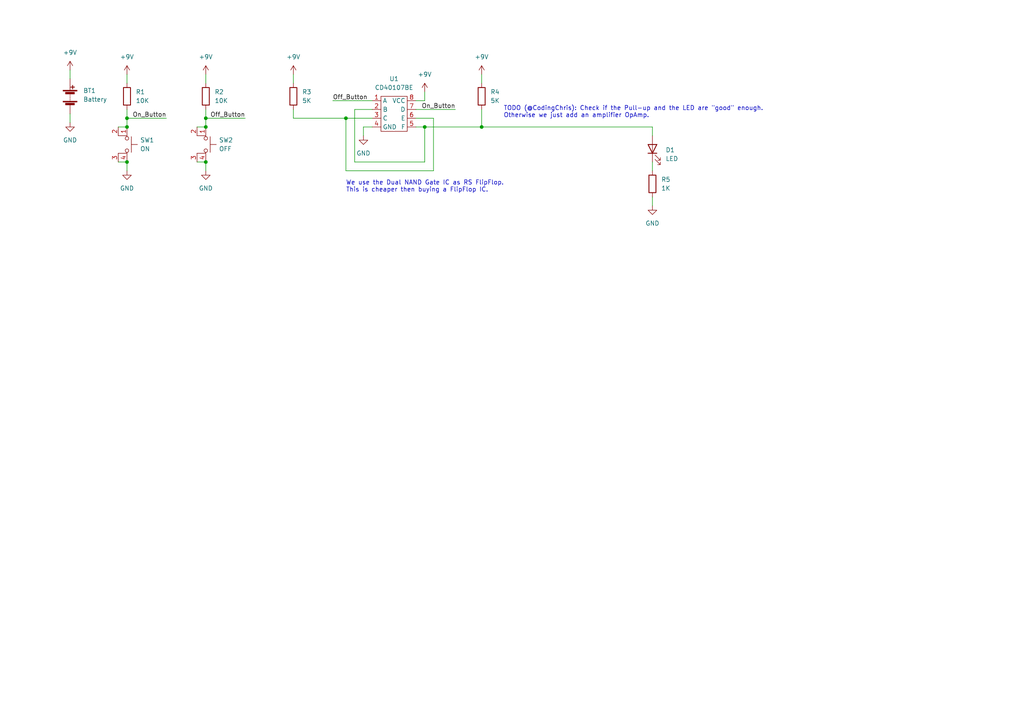
<source format=kicad_sch>
(kicad_sch (version 20211123) (generator eeschema)
  (paper "A4")
  (lib_symbols
    (symbol "Device:Battery" (pin_numbers hide) (pin_names (offset 0) hide)
      (property "Reference" "BT" (at 2.54 2.54 0))
      (property "Value" "Battery" (at 2.54 0 0))
      (symbol "Battery_0_1"
        (rectangle (start -2.032 -1.397) (end 2.032 -1.651) (fill (type outline)))
        (rectangle (start -2.032 1.778) (end 2.032 1.524) (fill (type outline)))
        (rectangle (start -1.3208 -1.9812) (end 1.27 -2.4892) (fill (type outline)))
        (rectangle (start -1.3208 1.1938) (end 1.27 0.6858) (fill (type outline)))
        (polyline (pts (xy 0 -1.524) (xy 0 -1.27)))
        (polyline (pts (xy 0 -1.016) (xy 0 -0.762)))
        (polyline (pts (xy 0 -0.508) (xy 0 -0.254)))
        (polyline (pts (xy 0 0) (xy 0 0.254)))
        (polyline (pts (xy 0 0.508) (xy 0 0.762)))
        (polyline (pts (xy 0 1.778) (xy 0 2.54)))
        (polyline (pts (xy 0.254 2.667) (xy 1.27 2.667)) (stroke (width 0.254)))
        (polyline (pts (xy 0.762 3.175) (xy 0.762 2.159)) (stroke (width 0.254)))
      )
      (symbol "Battery_1_1"
        (pin passive line (at 0 5.08 270) (length 2.54) (name "+") (number "1"))
        (pin passive line (at 0 -5.08 90) (length 2.54) (name "-") (number "2"))
      )
    )
    (symbol "Device:LED" (pin_numbers hide) (pin_names (offset 1.016) hide)
      (property "Reference" "D" (at 0 2.54 0))
      (property "Value" "LED" (at 0 -2.54 0))
      (symbol "LED_0_1"
        (polyline (pts (xy -1.27 -1.27) (xy -1.27 1.27)) (stroke (width 0.254)))
        (polyline (pts (xy -1.27 0) (xy 1.27 0)))
        (polyline (pts (xy 1.27 -1.27) (xy 1.27 1.27) (xy -1.27 0) (xy 1.27 -1.27)) (stroke (width 0.254)))
        (polyline (pts (xy -3.048 -0.762) (xy -4.572 -2.286) (xy -3.81 -2.286) (xy -4.572 -2.286) (xy -4.572 -1.524)))
        (polyline (pts (xy -1.778 -0.762) (xy -3.302 -2.286) (xy -2.54 -2.286) (xy -3.302 -2.286) (xy -3.302 -1.524)))
      )
      (symbol "LED_1_1"
        (pin passive line (at -3.81 0 0) (length 2.54) (name "K") (number "1"))
        (pin passive line (at 3.81 0 180) (length 2.54) (name "A") (number "2"))
      )
    )
    (symbol "Device:R" (pin_numbers hide) (pin_names (offset 0))
      (property "Reference" "R" (at 2.032 0 90))
      (property "Value" "R" (at 0 0 90))
      (symbol "R_0_1"
        (rectangle (start -1.016 -2.54) (end 1.016 2.54) (stroke (width 0.254)))
      )
      (symbol "R_1_1"
        (pin passive line (at 0 3.81 270) (length 1.27) (name "~") (number "1"))
        (pin passive line (at 0 -3.81 90) (length 1.27) (name "~") (number "2"))
      )
    )
    (symbol "Switch:SW_MEC_5E" (pin_names (offset 1.016) hide)
      (property "Reference" "SW" (at 0.635 5.715 0))
      (property "Value" "SW_MEC_5E" (at 0 -3.175 0))
      (symbol "SW_MEC_5E_0_1"
        (circle (center -1.778 2.54) (radius 0.508))
        (polyline (pts (xy -2.286 3.81) (xy 2.286 3.81)))
        (polyline (pts (xy 0 3.81) (xy 0 5.588)))
        (polyline (pts (xy -2.54 0) (xy -2.54 2.54) (xy -2.286 2.54)))
        (polyline (pts (xy 2.54 0) (xy 2.54 2.54) (xy 2.286 2.54)))
        (circle (center 1.778 2.54) (radius 0.508))
        (pin passive line (at -5.08 2.54 0) (length 2.54) (name "1") (number "1"))
        (pin passive line (at -5.08 0 0) (length 2.54) (name "2") (number "2"))
        (pin passive line (at 5.08 0 180) (length 2.54) (name "K") (number "3"))
        (pin passive line (at 5.08 2.54 180) (length 2.54) (name "A") (number "4"))
      )
    )
    (symbol "TI_Logic:CD40107BE"
      (property "Reference" "U" (at 0 6.35 0))
      (property "Value" "CD40107BE" (at 0 -6.35 0))
      (symbol "CD40107BE_0_1"
        (rectangle (start 3.81 -5.08) (end -3.81 5.08))
      )
      (symbol "CD40107BE_1_1"
        (pin input line (at -6.35 3.81 0) (length 2.54) (name "A") (number "1"))
        (pin input line (at -6.35 1.27 0) (length 2.54) (name "B") (number "2"))
        (pin output line (at -6.35 -1.27 0) (length 2.54) (name "C") (number "3"))
        (pin power_in line (at -6.35 -3.81 0) (length 2.54) (name "GND") (number "4"))
        (pin output line (at 6.35 -3.81 180) (length 2.54) (name "F") (number "5"))
        (pin input line (at 6.35 -1.27 180) (length 2.54) (name "E") (number "6"))
        (pin input line (at 6.35 1.27 180) (length 2.54) (name "D") (number "7"))
        (pin power_in line (at 6.35 3.81 180) (length 2.54) (name "VCC") (number "8"))
      )
    )
    (symbol "power:+9V" (power) (pin_names (offset 0))
      (property "Value" "+9V" (at 0 3.556 0))
      (symbol "+9V_0_1"
        (polyline (pts (xy -0.762 1.27) (xy 0 2.54)))
        (polyline (pts (xy 0 0) (xy 0 2.54)))
        (polyline (pts (xy 0 2.54) (xy 0.762 1.27)))
      )
      (symbol "+9V_1_1"
        (pin power_in line (at 0 0 90) (length 0) hide (name "+9V") (number "1"))
      )
    )
    (symbol "power:GND" (power) (pin_names (offset 0))
      (property "Value" "GND" (at 0 -3.81 0))
      (symbol "GND_0_1"
        (polyline (pts (xy 0 0) (xy 0 -1.27) (xy 1.27 -1.27) (xy 0 -2.54) (xy -1.27 -1.27) (xy 0 -1.27)))
      )
      (symbol "GND_1_1"
        (pin power_in line (at 0 0 270) (length 0) hide (name "GND") (number "1"))
      )
    )
  )
  (junction (at 100.33 34.29))
  (junction (at 36.83 46.99))
  (junction (at 59.69 46.99))
  (junction (at 139.7 36.83))
  (junction (at 36.83 34.29))
  (junction (at 59.69 36.83))
  (junction (at 59.69 34.29))
  (junction (at 123.19 36.83))
  (junction (at 36.83 36.83))
  (wire (pts (xy 107.95 34.29) (xy 100.33 34.29)))
  (wire (pts (xy 59.69 34.29) (xy 71.12 34.29)))
  (wire (pts (xy 102.87 46.99) (xy 102.87 31.75)))
  (wire (pts (xy 36.83 34.29) (xy 48.26 34.29)))
  (wire (pts (xy 57.15 46.99) (xy 59.69 46.99)))
  (wire (pts (xy 20.32 33.02) (xy 20.32 35.56)))
  (wire (pts (xy 36.83 31.75) (xy 36.83 34.29)))
  (wire (pts (xy 20.32 20.32) (xy 20.32 22.86)))
  (wire (pts (xy 189.23 46.99) (xy 189.23 49.53)))
  (wire (pts (xy 59.69 46.99) (xy 59.69 49.53)))
  (wire (pts (xy 102.87 31.75) (xy 107.95 31.75)))
  (wire (pts (xy 59.69 34.29) (xy 59.69 36.83)))
  (wire (pts (xy 85.09 31.75) (xy 85.09 34.29)))
  (wire (pts (xy 96.52 29.21) (xy 107.95 29.21)))
  (wire (pts (xy 139.7 31.75) (xy 139.7 36.83)))
  (wire (pts (xy 59.69 21.59) (xy 59.69 24.13)))
  (wire (pts (xy 105.41 36.83) (xy 105.41 39.37)))
  (wire (pts (xy 36.83 46.99) (xy 36.83 49.53)))
  (wire (pts (xy 189.23 36.83) (xy 189.23 39.37)))
  (wire (pts (xy 123.19 26.67) (xy 123.19 29.21)))
  (wire (pts (xy 139.7 21.59) (xy 139.7 24.13)))
  (wire (pts (xy 34.29 46.99) (xy 36.83 46.99)))
  (wire (pts (xy 57.15 36.83) (xy 59.69 36.83)))
  (wire (pts (xy 125.73 34.29) (xy 125.73 49.53)))
  (wire (pts (xy 85.09 34.29) (xy 100.33 34.29)))
  (wire (pts (xy 139.7 36.83) (xy 189.23 36.83)))
  (wire (pts (xy 36.83 34.29) (xy 36.83 36.83)))
  (wire (pts (xy 36.83 21.59) (xy 36.83 24.13)))
  (wire (pts (xy 120.65 36.83) (xy 123.19 36.83)))
  (wire (pts (xy 123.19 36.83) (xy 123.19 46.99)))
  (wire (pts (xy 123.19 46.99) (xy 102.87 46.99)))
  (wire (pts (xy 123.19 36.83) (xy 139.7 36.83)))
  (wire (pts (xy 59.69 31.75) (xy 59.69 34.29)))
  (wire (pts (xy 100.33 34.29) (xy 100.33 49.53)))
  (wire (pts (xy 34.29 36.83) (xy 36.83 36.83)))
  (wire (pts (xy 189.23 57.15) (xy 189.23 59.69)))
  (wire (pts (xy 85.09 21.59) (xy 85.09 24.13)))
  (wire (pts (xy 100.33 49.53) (xy 125.73 49.53)))
  (wire (pts (xy 125.73 34.29) (xy 120.65 34.29)))
  (wire (pts (xy 107.95 36.83) (xy 105.41 36.83)))
  (wire (pts (xy 120.65 31.75) (xy 132.08 31.75)))
  (wire (pts (xy 123.19 29.21) (xy 120.65 29.21)))
  (text "TODO (@CodingChris): Check if the Pull-up and the LED are \"good\" enough.\nOtherwise we just add an amplifier OpAmp." (at 146.05 34.29 0) (effects (font (size 1.27 1.27)) (justify left bottom)))
  (text "We use the Dual NAND Gate IC as RS FlipFlop.\nThis is cheaper then buying a FlipFlop IC." (at 100.33 55.88 0) (effects (font (size 1.27 1.27)) (justify left bottom)))
  (label "On_Button" (at 48.26 34.29 180))
  (label "Off_Button" (at 96.52 29.21 0))
  (label "On_Button" (at 132.08 31.75 180))
  (label "Off_Button" (at 71.12 34.29 180))
  (symbol (lib_id "Switch:SW_MEC_5E") (at 57.15 41.91 270) (unit 1)
    (property "Reference" "SW2" (at 63.5 40.6399 90) (effects (justify left)))
    (property "Value" "OFF" (at 63.5 43.1799 90) (effects (justify left)))
    (property "Footprint" "switch_footprints:SW_PUSH_6mm" (effects hide))
    (property "Datasheet" "http://www.apem.com/int/index.php?controller=attachment&id_attachment=1371" (effects hide))
  )
  (symbol (lib_id "power:GND") (at 20.32 35.56 0) (unit 1)
    (property "Reference" "#PWR02" (effects hide))
    (property "Value" "GND" (at 20.32 40.64 0))
  )
  (symbol (lib_id "Device:R") (at 189.23 53.34 0) (unit 1)
    (property "Reference" "R5" (at 191.77 52.0699 0) (effects (justify left)))
    (property "Value" "1K" (at 191.77 54.6099 0) (effects (justify left)))
    (property "Footprint" "Resistor_THT:R_Axial_DIN0207_L6.3mm_D2.5mm_P7.62mm_Horizontal" (effects hide))
  )
  (symbol (lib_id "power:+9V") (at 85.09 21.59 0) (unit 1)
    (property "Reference" "#PWR07" (effects hide))
    (property "Value" "+9V" (at 85.09 16.51 0))
  )
  (symbol (lib_id "Device:R") (at 59.69 27.94 0) (unit 1)
    (property "Reference" "R2" (at 62.23 26.6699 0) (effects (justify left)))
    (property "Value" "10K" (at 62.23 29.2099 0) (effects (justify left)))
    (property "Footprint" "Resistor_THT:R_Axial_DIN0207_L6.3mm_D2.5mm_P7.62mm_Horizontal" (effects hide))
  )
  (symbol (lib_id "power:GND") (at 36.83 49.53 0) (unit 1)
    (property "Reference" "#PWR04" (effects hide))
    (property "Value" "GND" (at 36.83 54.61 0))
  )
  (symbol (lib_id "TI_Logic:CD40107BE") (at 114.3 33.02 0) (unit 1)
    (property "Reference" "U1" (at 114.3 22.86 0))
    (property "Value" "CD40107BE" (at 114.3 25.4 0))
    (property "Footprint" "Package_DIP:DIP-8_W7.62mm" (effects hide))
    (property "Datasheet" "https://www.ti.com/lit/ds/symlink/cd40107b.pdf" (effects hide))
  )
  (symbol (lib_id "Device:R") (at 139.7 27.94 0) (unit 1)
    (property "Reference" "R4" (at 142.24 26.6699 0) (effects (justify left)))
    (property "Value" "5K" (at 142.24 29.2099 0) (effects (justify left)))
    (property "Footprint" "Resistor_THT:R_Axial_DIN0207_L6.3mm_D2.5mm_P7.62mm_Horizontal" (effects hide))
  )
  (symbol (lib_id "Device:R") (at 36.83 27.94 0) (unit 1)
    (property "Reference" "R1" (at 39.37 26.6699 0) (effects (justify left)))
    (property "Value" "10K" (at 39.37 29.2099 0) (effects (justify left)))
    (property "Footprint" "Resistor_THT:R_Axial_DIN0207_L6.3mm_D2.5mm_P7.62mm_Horizontal" (effects hide))
  )
  (symbol (lib_id "power:+9V") (at 20.32 20.32 0) (unit 1)
    (property "Reference" "#PWR01" (effects hide))
    (property "Value" "+9V" (at 20.32 15.24 0))
  )
  (symbol (lib_id "Device:R") (at 85.09 27.94 0) (unit 1)
    (property "Reference" "R3" (at 87.63 26.6699 0) (effects (justify left)))
    (property "Value" "5K" (at 87.63 29.2099 0) (effects (justify left)))
    (property "Footprint" "Resistor_THT:R_Axial_DIN0207_L6.3mm_D2.5mm_P7.62mm_Horizontal" (effects hide))
  )
  (symbol (lib_id "power:+9V") (at 36.83 21.59 0) (unit 1)
    (property "Reference" "#PWR03" (effects hide))
    (property "Value" "+9V" (at 36.83 16.51 0))
  )
  (symbol (lib_id "Device:Battery") (at 20.32 27.94 0) (unit 1)
    (property "Reference" "BT1" (at 24.13 26.2889 0) (effects (justify left)))
    (property "Value" "Battery" (at 24.13 28.8289 0) (effects (justify left)))
    (property "Footprint" "Connector_PinHeader_2.54mm:PinHeader_1x02_P2.54mm_Vertical" (effects hide))
  )
  (symbol (lib_id "power:+9V") (at 59.69 21.59 0) (unit 1)
    (property "Reference" "#PWR05" (effects hide))
    (property "Value" "+9V" (at 59.69 16.51 0))
  )
  (symbol (lib_id "Device:LED") (at 189.23 43.18 90) (unit 1)
    (property "Reference" "D1" (at 193.04 43.4974 90) (effects (justify right)))
    (property "Value" "LED" (at 193.04 46.0374 90) (effects (justify right)))
    (property "Footprint" "LED_THT:LED_D5.0mm" (effects hide))
  )
  (symbol (lib_id "Switch:SW_MEC_5E") (at 34.29 41.91 270) (unit 1)
    (property "Reference" "SW1" (at 40.64 40.6399 90) (effects (justify left)))
    (property "Value" "ON" (at 40.64 43.1799 90) (effects (justify left)))
    (property "Footprint" "switch_footprints:SW_PUSH_6mm" (effects hide))
    (property "Datasheet" "http://www.apem.com/int/index.php?controller=attachment&id_attachment=1371" (effects hide))
  )
  (symbol (lib_id "power:GND") (at 105.41 39.37 0) (unit 1)
    (property "Reference" "#PWR08" (effects hide))
    (property "Value" "GND" (at 105.41 44.45 0))
  )
  (symbol (lib_id "power:GND") (at 59.69 49.53 0) (unit 1)
    (property "Reference" "#PWR06" (effects hide))
    (property "Value" "GND" (at 59.69 54.61 0))
  )
  (symbol (lib_id "power:GND") (at 189.23 59.69 0) (unit 1)
    (property "Reference" "#PWR011" (effects hide))
    (property "Value" "GND" (at 189.23 64.77 0))
  )
  (symbol (lib_id "power:+9V") (at 123.19 26.67 0) (unit 1)
    (property "Reference" "#PWR09" (effects hide))
    (property "Value" "+9V" (at 123.19 21.59 0))
  )
  (symbol (lib_id "power:+9V") (at 139.7 21.59 0) (unit 1)
    (property "Reference" "#PWR010" (effects hide))
    (property "Value" "+9V" (at 139.7 16.51 0))
  )
)
</source>
